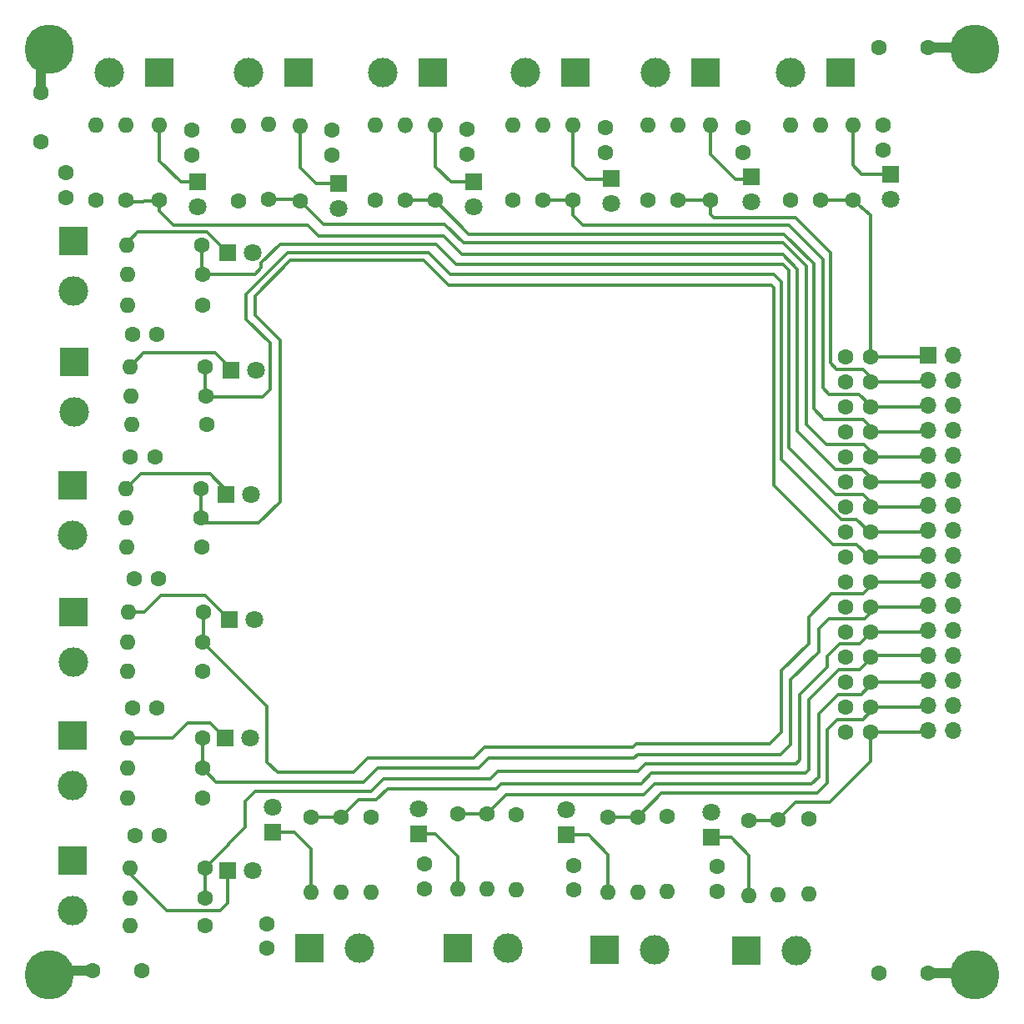
<source format=gbr>
G04 #@! TF.FileFunction,Copper,L2,Bot,Signal*
%FSLAX46Y46*%
G04 Gerber Fmt 4.6, Leading zero omitted, Abs format (unit mm)*
G04 Created by KiCad (PCBNEW 4.0.7) date 04/07/19 22:06:40*
%MOMM*%
%LPD*%
G01*
G04 APERTURE LIST*
%ADD10C,0.100000*%
%ADD11R,1.800000X1.800000*%
%ADD12C,1.800000*%
%ADD13C,1.600000*%
%ADD14C,5.000000*%
%ADD15R,1.700000X1.700000*%
%ADD16O,1.700000X1.700000*%
%ADD17R,3.000000X3.000000*%
%ADD18C,3.000000*%
%ADD19O,1.600000X1.600000*%
%ADD20C,1.000000*%
%ADD21C,0.500000*%
%ADD22C,0.350000*%
G04 APERTURE END LIST*
D10*
D11*
X110109000Y-66103500D03*
D12*
X110109000Y-68643500D03*
D13*
X52197000Y-57404000D03*
X52197000Y-62404000D03*
X57404000Y-146558000D03*
X62404000Y-146558000D03*
X142240000Y-52832000D03*
X137240000Y-52832000D03*
X142240000Y-146812000D03*
X137240000Y-146812000D03*
D14*
X53000000Y-53000000D03*
X53000000Y-147000000D03*
X147000000Y-53000000D03*
X147000000Y-147000000D03*
D15*
X142296800Y-84082400D03*
D16*
X144836800Y-84082400D03*
X142296800Y-86622400D03*
X144836800Y-86622400D03*
X142296800Y-89162400D03*
X144836800Y-89162400D03*
X142296800Y-91702400D03*
X144836800Y-91702400D03*
X142296800Y-94242400D03*
X144836800Y-94242400D03*
X142296800Y-96782400D03*
X144836800Y-96782400D03*
X142296800Y-99322400D03*
X144836800Y-99322400D03*
X142296800Y-101862400D03*
X144836800Y-101862400D03*
X142296800Y-104402400D03*
X144836800Y-104402400D03*
X142296800Y-106942400D03*
X144836800Y-106942400D03*
X142296800Y-109482400D03*
X144836800Y-109482400D03*
X142296800Y-112022400D03*
X144836800Y-112022400D03*
X142296800Y-114562400D03*
X144836800Y-114562400D03*
X142296800Y-117102400D03*
X144836800Y-117102400D03*
X142296800Y-119642400D03*
X144836800Y-119642400D03*
X142296800Y-122182400D03*
X144836800Y-122182400D03*
D13*
X133908800Y-84226400D03*
X136408800Y-84226400D03*
X133908800Y-86766400D03*
X136408800Y-86766400D03*
X133908800Y-89306400D03*
X136408800Y-89306400D03*
X133908800Y-91846400D03*
X136408800Y-91846400D03*
X133908800Y-94386400D03*
X136408800Y-94386400D03*
X133908800Y-96926400D03*
X136408800Y-96926400D03*
X133908800Y-99466400D03*
X136408800Y-99466400D03*
X133908800Y-102006400D03*
X136408800Y-102006400D03*
X133908800Y-104546400D03*
X136408800Y-104546400D03*
X133908800Y-107086400D03*
X136408800Y-107086400D03*
X133908800Y-109626400D03*
X136408800Y-109626400D03*
X133908800Y-112166400D03*
X136408800Y-112166400D03*
X133908800Y-114706400D03*
X136408800Y-114706400D03*
X133908800Y-117246400D03*
X136408800Y-117246400D03*
X133908800Y-119786400D03*
X136408800Y-119786400D03*
X133908800Y-122326400D03*
X136408800Y-122326400D03*
X137668000Y-60706000D03*
X137668000Y-63206000D03*
D11*
X138430000Y-65722500D03*
D12*
X138430000Y-68262500D03*
D17*
X133350000Y-55372000D03*
D18*
X128270000Y-55372000D03*
D13*
X131318000Y-68326000D03*
D19*
X131318000Y-60706000D03*
D13*
X128270000Y-68326000D03*
D19*
X128270000Y-60706000D03*
D13*
X134620000Y-68326000D03*
D19*
X134620000Y-60706000D03*
D13*
X123444000Y-60960000D03*
X123444000Y-63460000D03*
X109474000Y-60960000D03*
X109474000Y-63460000D03*
X95440500Y-61150500D03*
X95440500Y-63650500D03*
D11*
X124333000Y-65913000D03*
D12*
X124333000Y-68453000D03*
D11*
X96139000Y-66484500D03*
D12*
X96139000Y-69024500D03*
D17*
X119634000Y-55372000D03*
D18*
X114554000Y-55372000D03*
D17*
X106426000Y-55372000D03*
D18*
X101346000Y-55372000D03*
D17*
X91948000Y-55372000D03*
D18*
X86868000Y-55372000D03*
D13*
X116840000Y-68326000D03*
D19*
X116840000Y-60706000D03*
D13*
X113792000Y-68326000D03*
D19*
X113792000Y-60706000D03*
D13*
X103124000Y-68326000D03*
D19*
X103124000Y-60706000D03*
D13*
X100076000Y-68326000D03*
D19*
X100076000Y-60706000D03*
D13*
X89154000Y-68326000D03*
D19*
X89154000Y-60706000D03*
D13*
X86106000Y-68326000D03*
D19*
X86106000Y-60706000D03*
D13*
X120142000Y-68326000D03*
D19*
X120142000Y-60706000D03*
D13*
X106172000Y-68326000D03*
D19*
X106172000Y-60706000D03*
D13*
X92202000Y-68326000D03*
D19*
X92202000Y-60706000D03*
D13*
X81724500Y-61214000D03*
X81724500Y-63714000D03*
X67500500Y-61214000D03*
X67500500Y-63714000D03*
D11*
X82423000Y-66611500D03*
D12*
X82423000Y-69151500D03*
D11*
X68097400Y-66497200D03*
D12*
X68097400Y-69037200D03*
D17*
X78295500Y-55372000D03*
D18*
X73215500Y-55372000D03*
D17*
X64198500Y-55372000D03*
D18*
X59118500Y-55372000D03*
D13*
X75311000Y-68262500D03*
D19*
X75311000Y-60642500D03*
D13*
X72199500Y-68389500D03*
D19*
X72199500Y-60769500D03*
D13*
X60833000Y-68326000D03*
D19*
X60833000Y-60706000D03*
D13*
X57785000Y-68326000D03*
D19*
X57785000Y-60706000D03*
D13*
X78486000Y-68389500D03*
D19*
X78486000Y-60769500D03*
D13*
X64198500Y-68326000D03*
D19*
X64198500Y-60706000D03*
D13*
X54752240Y-65532000D03*
X54752240Y-68032000D03*
X61478160Y-81986120D03*
X63978160Y-81986120D03*
X61244480Y-94381320D03*
X63744480Y-94381320D03*
X61620400Y-106791760D03*
X64120400Y-106791760D03*
D11*
X71135240Y-73649840D03*
D12*
X73675240Y-73649840D03*
D11*
X71470520Y-85608160D03*
D12*
X74010520Y-85608160D03*
D11*
X71008240Y-98186240D03*
D12*
X73548240Y-98186240D03*
D11*
X71348600Y-110911640D03*
D12*
X73888600Y-110911640D03*
D17*
X55473600Y-72466200D03*
D18*
X55473600Y-77546200D03*
D17*
X55595520Y-84780120D03*
D18*
X55595520Y-89860120D03*
D17*
X55361840Y-97297240D03*
D18*
X55361840Y-102377240D03*
D17*
X55438040Y-110109000D03*
D18*
X55438040Y-115189000D03*
D13*
X68564760Y-75829160D03*
D19*
X60944760Y-75829160D03*
D13*
X68564760Y-78958440D03*
D19*
X60944760Y-78958440D03*
D13*
X68930520Y-88249760D03*
D19*
X61310520Y-88249760D03*
D13*
X69021960Y-91094560D03*
D19*
X61401960Y-91094560D03*
D13*
X68397120Y-100584000D03*
D19*
X60777120Y-100584000D03*
D13*
X68508880Y-103545640D03*
D19*
X60888880Y-103545640D03*
D13*
X68635880Y-113217960D03*
D19*
X61015880Y-113217960D03*
D13*
X68605400Y-116179600D03*
D19*
X60985400Y-116179600D03*
D13*
X68508880Y-72867520D03*
D19*
X60888880Y-72867520D03*
D13*
X68844160Y-85227160D03*
D19*
X61224160Y-85227160D03*
D13*
X68468240Y-97617280D03*
D19*
X60848240Y-97617280D03*
D13*
X68661280Y-110144560D03*
D19*
X61041280Y-110144560D03*
D13*
X61468000Y-119888000D03*
X63968000Y-119888000D03*
X61722000Y-132842000D03*
X64222000Y-132842000D03*
D11*
X70866000Y-122936000D03*
D12*
X73406000Y-122936000D03*
D11*
X71120000Y-136398000D03*
D12*
X73660000Y-136398000D03*
D17*
X55372000Y-122682000D03*
D18*
X55372000Y-127762000D03*
D17*
X55372000Y-135382000D03*
D18*
X55372000Y-140462000D03*
D13*
X68580000Y-125984000D03*
D19*
X60960000Y-125984000D03*
D13*
X68580000Y-129032000D03*
D19*
X60960000Y-129032000D03*
D13*
X68834000Y-139192000D03*
D19*
X61214000Y-139192000D03*
D13*
X68834000Y-141986000D03*
D19*
X61214000Y-141986000D03*
D13*
X68580000Y-122936000D03*
D19*
X60960000Y-122936000D03*
D13*
X68834000Y-136144000D03*
D19*
X61214000Y-136144000D03*
D13*
X75120500Y-141795500D03*
X75120500Y-144295500D03*
X91122500Y-138239500D03*
X91122500Y-135739500D03*
X106235500Y-138366500D03*
X106235500Y-135866500D03*
X120840500Y-138493500D03*
X120840500Y-135993500D03*
D11*
X75692000Y-132461000D03*
D12*
X75692000Y-129921000D03*
D11*
X90487500Y-132651500D03*
D12*
X90487500Y-130111500D03*
D11*
X105537000Y-132778500D03*
D12*
X105537000Y-130238500D03*
D11*
X120205500Y-133032500D03*
D12*
X120205500Y-130492500D03*
D17*
X79438500Y-144272000D03*
D18*
X84518500Y-144272000D03*
D17*
X94488000Y-144272000D03*
D18*
X99568000Y-144272000D03*
D17*
X109410500Y-144462500D03*
D18*
X114490500Y-144462500D03*
D17*
X123825000Y-144526000D03*
D18*
X128905000Y-144526000D03*
D13*
X82677000Y-131000500D03*
D19*
X82677000Y-138620500D03*
D13*
X85661500Y-130937000D03*
D19*
X85661500Y-138557000D03*
D13*
X97472500Y-130619500D03*
D19*
X97472500Y-138239500D03*
D13*
X100393500Y-130683000D03*
D19*
X100393500Y-138303000D03*
D13*
X112776000Y-130937000D03*
D19*
X112776000Y-138557000D03*
D13*
X115760500Y-130873500D03*
D19*
X115760500Y-138493500D03*
D13*
X127000000Y-131254500D03*
D19*
X127000000Y-138874500D03*
D13*
X130175000Y-131127500D03*
D19*
X130175000Y-138747500D03*
D13*
X79629000Y-131000500D03*
D19*
X79629000Y-138620500D03*
D13*
X94488000Y-130619500D03*
D19*
X94488000Y-138239500D03*
D13*
X109728000Y-131000500D03*
D19*
X109728000Y-138620500D03*
D13*
X124079000Y-131318000D03*
D19*
X124079000Y-138938000D03*
D20*
X52197000Y-57404000D02*
X52197000Y-53803000D01*
X52197000Y-53803000D02*
X53000000Y-53000000D01*
D21*
X53168000Y-52832000D02*
X53000000Y-53000000D01*
D20*
X57404000Y-146558000D02*
X53442000Y-146558000D01*
X53442000Y-146558000D02*
X53000000Y-147000000D01*
D21*
X53442000Y-146558000D02*
X53000000Y-147000000D01*
D20*
X142240000Y-52832000D02*
X146832000Y-52832000D01*
X146832000Y-52832000D02*
X147000000Y-53000000D01*
D21*
X146832000Y-52832000D02*
X147000000Y-53000000D01*
D20*
X142240000Y-146812000D02*
X146812000Y-146812000D01*
X146812000Y-146812000D02*
X147000000Y-147000000D01*
D21*
X146812000Y-146812000D02*
X147000000Y-147000000D01*
D22*
X134620000Y-68326000D02*
X131318000Y-68326000D01*
X136408800Y-84226400D02*
X136408800Y-69860800D01*
X136408800Y-69860800D02*
X134620000Y-68326000D01*
X136408800Y-84226400D02*
X142152800Y-84226400D01*
X142152800Y-84226400D02*
X142296800Y-84082400D01*
X136408800Y-86766400D02*
X136408800Y-86243800D01*
X136408800Y-86243800D02*
X135636000Y-85471000D01*
X120142000Y-69723000D02*
X120142000Y-68326000D01*
X120523000Y-70104000D02*
X120142000Y-69723000D01*
X128778000Y-70104000D02*
X120523000Y-70104000D01*
X132334000Y-73660000D02*
X128778000Y-70104000D01*
X132334000Y-84836000D02*
X132334000Y-73660000D01*
X132969000Y-85471000D02*
X132334000Y-84836000D01*
X135636000Y-85471000D02*
X132969000Y-85471000D01*
X116840000Y-68326000D02*
X120142000Y-68326000D01*
X136408800Y-86766400D02*
X142152800Y-86766400D01*
X142152800Y-86766400D02*
X142296800Y-86622400D01*
X136408800Y-89306400D02*
X136408800Y-89164800D01*
X136408800Y-89164800D02*
X135255000Y-88011000D01*
X106172000Y-69850000D02*
X106172000Y-68326000D01*
X107188000Y-70866000D02*
X106172000Y-69850000D01*
X128143000Y-70866000D02*
X107188000Y-70866000D01*
X131572000Y-74295000D02*
X128143000Y-70866000D01*
X131572000Y-87376000D02*
X131572000Y-74295000D01*
X132207000Y-88011000D02*
X131572000Y-87376000D01*
X135255000Y-88011000D02*
X132207000Y-88011000D01*
X103124000Y-68326000D02*
X106172000Y-68326000D01*
X136408800Y-89306400D02*
X142152800Y-89306400D01*
X142152800Y-89306400D02*
X142296800Y-89162400D01*
X136408800Y-91846400D02*
X136408800Y-91323800D01*
X136408800Y-91323800D02*
X135636000Y-90551000D01*
X95631000Y-71755000D02*
X92202000Y-68326000D01*
X127635000Y-71755000D02*
X95631000Y-71755000D01*
X130619500Y-74739500D02*
X127635000Y-71755000D01*
X130619500Y-89471500D02*
X130619500Y-74739500D01*
X131699000Y-90551000D02*
X130619500Y-89471500D01*
X135636000Y-90551000D02*
X131699000Y-90551000D01*
X92202000Y-68326000D02*
X89154000Y-68326000D01*
X136408800Y-91846400D02*
X142152800Y-91846400D01*
X142152800Y-91846400D02*
X142296800Y-91702400D01*
X136408800Y-94386400D02*
X136408800Y-93800300D01*
X136408800Y-93800300D02*
X135699500Y-93091000D01*
X80835500Y-70739000D02*
X78486000Y-68389500D01*
X93154500Y-70739000D02*
X80835500Y-70739000D01*
X95059500Y-72644000D02*
X93154500Y-70739000D01*
X127508000Y-72644000D02*
X95059500Y-72644000D01*
X129857500Y-74993500D02*
X127508000Y-72644000D01*
X129857500Y-91059000D02*
X129857500Y-74993500D01*
X131889500Y-93091000D02*
X129857500Y-91059000D01*
X135699500Y-93091000D02*
X131889500Y-93091000D01*
X75311000Y-68262500D02*
X78359000Y-68262500D01*
X78359000Y-68262500D02*
X78486000Y-68389500D01*
X136408800Y-94386400D02*
X142152800Y-94386400D01*
X142152800Y-94386400D02*
X142296800Y-94242400D01*
X136408800Y-96926400D02*
X136408800Y-96467300D01*
X136408800Y-96467300D02*
X135572500Y-95631000D01*
X64198500Y-69405500D02*
X64198500Y-68326000D01*
X65659000Y-70866000D02*
X64198500Y-69405500D01*
X79248000Y-70866000D02*
X65659000Y-70866000D01*
X80327500Y-71945500D02*
X79248000Y-70866000D01*
X93027500Y-71945500D02*
X80327500Y-71945500D01*
X94932500Y-73850500D02*
X93027500Y-71945500D01*
X127508000Y-73850500D02*
X94932500Y-73850500D01*
X128968500Y-75311000D02*
X127508000Y-73850500D01*
X128968500Y-91757500D02*
X128968500Y-75311000D01*
X132842000Y-95631000D02*
X128968500Y-91757500D01*
X135572500Y-95631000D02*
X132842000Y-95631000D01*
X64198500Y-68326000D02*
X61087000Y-68580000D01*
X61087000Y-68580000D02*
X60833000Y-68326000D01*
X136408800Y-96926400D02*
X142152800Y-96926400D01*
X142152800Y-96926400D02*
X142296800Y-96782400D01*
X136408800Y-99466400D02*
X136408800Y-98943800D01*
X136408800Y-98943800D02*
X135636000Y-98171000D01*
X73903840Y-75829160D02*
X68564760Y-75829160D01*
X74549000Y-75184000D02*
X73903840Y-75829160D01*
X74549000Y-74676000D02*
X74549000Y-75184000D01*
X76454000Y-72771000D02*
X74549000Y-74676000D01*
X92329000Y-72771000D02*
X76454000Y-72771000D01*
X94361000Y-74803000D02*
X92329000Y-72771000D01*
X127508000Y-74803000D02*
X94361000Y-74803000D01*
X128143000Y-75438000D02*
X127508000Y-74803000D01*
X128143000Y-93472000D02*
X128143000Y-75438000D01*
X132842000Y-98171000D02*
X128143000Y-93472000D01*
X135636000Y-98171000D02*
X132842000Y-98171000D01*
X68508880Y-72867520D02*
X68508880Y-75773280D01*
X68508880Y-75773280D02*
X68564760Y-75829160D01*
X136408800Y-99466400D02*
X142152800Y-99466400D01*
X142152800Y-99466400D02*
X142296800Y-99322400D01*
X136408800Y-102006400D02*
X136296400Y-102006400D01*
X136296400Y-102006400D02*
X135001000Y-100711000D01*
X74676000Y-88265000D02*
X68945760Y-88265000D01*
X75438000Y-87503000D02*
X74676000Y-88265000D01*
X75438000Y-82804000D02*
X75438000Y-87503000D01*
X73025000Y-80391000D02*
X75438000Y-82804000D01*
X73025000Y-77851000D02*
X73025000Y-80391000D01*
X77216000Y-73660000D02*
X73025000Y-77851000D01*
X91567000Y-73660000D02*
X77216000Y-73660000D01*
X93726000Y-75819000D02*
X91567000Y-73660000D01*
X126619000Y-75819000D02*
X93726000Y-75819000D01*
X127381000Y-76581000D02*
X126619000Y-75819000D01*
X127381000Y-94615000D02*
X127381000Y-76581000D01*
X133477000Y-100711000D02*
X127381000Y-94615000D01*
X135001000Y-100711000D02*
X133477000Y-100711000D01*
X68945760Y-88265000D02*
X68930520Y-88249760D01*
X68844160Y-85227160D02*
X68844160Y-88163400D01*
X68844160Y-88163400D02*
X68930520Y-88249760D01*
X136408800Y-102006400D02*
X142152800Y-102006400D01*
X142152800Y-102006400D02*
X142296800Y-101862400D01*
X136408800Y-104546400D02*
X136296400Y-104546400D01*
X136296400Y-104546400D02*
X135001000Y-103251000D01*
X74295000Y-101092000D02*
X68905120Y-101092000D01*
X76454000Y-98933000D02*
X74295000Y-101092000D01*
X76454000Y-82550000D02*
X76454000Y-98933000D01*
X73914000Y-80010000D02*
X76454000Y-82550000D01*
X73914000Y-78020002D02*
X73914000Y-80010000D01*
X77512002Y-74422000D02*
X73914000Y-78020002D01*
X91059000Y-74422000D02*
X77512002Y-74422000D01*
X93599000Y-76962000D02*
X91059000Y-74422000D01*
X126365000Y-76962000D02*
X93599000Y-76962000D01*
X126619000Y-77216000D02*
X126365000Y-76962000D01*
X126619000Y-97282000D02*
X126619000Y-77216000D01*
X132588000Y-103251000D02*
X126619000Y-97282000D01*
X135001000Y-103251000D02*
X132588000Y-103251000D01*
X68905120Y-101092000D02*
X68397120Y-100584000D01*
X68468240Y-97617280D02*
X68468240Y-100512880D01*
X68468240Y-100512880D02*
X68397120Y-100584000D01*
X136408800Y-104546400D02*
X142152800Y-104546400D01*
X142152800Y-104546400D02*
X142296800Y-104402400D01*
X136408800Y-107086400D02*
X136408800Y-107494700D01*
X136408800Y-107494700D02*
X135636000Y-108267500D01*
X75120500Y-119702580D02*
X68635880Y-113217960D01*
X75120500Y-125349000D02*
X75120500Y-119702580D01*
X76200000Y-126428500D02*
X75120500Y-125349000D01*
X83883500Y-126428500D02*
X76200000Y-126428500D01*
X85344000Y-124968000D02*
X83883500Y-126428500D01*
X96075500Y-124968000D02*
X85344000Y-124968000D01*
X97218500Y-123825000D02*
X96075500Y-124968000D01*
X112268000Y-123825000D02*
X97218500Y-123825000D01*
X112585500Y-123507500D02*
X112268000Y-123825000D01*
X126174500Y-123507500D02*
X112585500Y-123507500D01*
X127381000Y-122301000D02*
X126174500Y-123507500D01*
X127381000Y-116078000D02*
X127381000Y-122301000D01*
X130111500Y-113347500D02*
X127381000Y-116078000D01*
X130111500Y-110617000D02*
X130111500Y-113347500D01*
X132461000Y-108267500D02*
X130111500Y-110617000D01*
X135636000Y-108267500D02*
X132461000Y-108267500D01*
X68661280Y-110144560D02*
X68661280Y-113192560D01*
X68661280Y-113192560D02*
X68635880Y-113217960D01*
X136408800Y-107086400D02*
X142152800Y-107086400D01*
X142152800Y-107086400D02*
X142296800Y-106942400D01*
X136408800Y-109626400D02*
X136408800Y-110225200D01*
X136408800Y-110225200D02*
X135826500Y-110807500D01*
X69977000Y-127381000D02*
X68580000Y-125984000D01*
X84963000Y-127381000D02*
X69977000Y-127381000D01*
X86360000Y-125984000D02*
X84963000Y-127381000D01*
X96647000Y-125984000D02*
X86360000Y-125984000D01*
X97663000Y-124968000D02*
X96647000Y-125984000D01*
X112395000Y-124968000D02*
X97663000Y-124968000D01*
X112776000Y-124587000D02*
X112395000Y-124968000D01*
X127254000Y-124587000D02*
X112776000Y-124587000D01*
X128270000Y-123571000D02*
X127254000Y-124587000D01*
X128270000Y-117030500D02*
X128270000Y-123571000D01*
X131127500Y-114173000D02*
X128270000Y-117030500D01*
X131127500Y-111823500D02*
X131127500Y-114173000D01*
X132143500Y-110807500D02*
X131127500Y-111823500D01*
X135826500Y-110807500D02*
X132143500Y-110807500D01*
X68580000Y-122936000D02*
X68580000Y-125984000D01*
X136408800Y-109626400D02*
X142152800Y-109626400D01*
X142152800Y-109626400D02*
X142296800Y-109482400D01*
X136408800Y-112166400D02*
X136408800Y-112257200D01*
X136408800Y-112257200D02*
X135318500Y-113347500D01*
X71183500Y-133794500D02*
X68834000Y-136144000D01*
X71183500Y-133667500D02*
X71183500Y-133794500D01*
X72898000Y-131953000D02*
X71183500Y-133667500D01*
X72898000Y-129349500D02*
X72898000Y-131953000D01*
X73914000Y-128333500D02*
X72898000Y-129349500D01*
X85725000Y-128333500D02*
X73914000Y-128333500D01*
X86995000Y-127063500D02*
X85725000Y-128333500D01*
X97790000Y-127063500D02*
X86995000Y-127063500D01*
X98552000Y-126301500D02*
X97790000Y-127063500D01*
X112776000Y-126301500D02*
X98552000Y-126301500D01*
X113538000Y-125539500D02*
X112776000Y-126301500D01*
X128841500Y-125539500D02*
X113538000Y-125539500D01*
X129222500Y-125158500D02*
X128841500Y-125539500D01*
X129222500Y-118491000D02*
X129222500Y-125158500D01*
X132016500Y-115697000D02*
X129222500Y-118491000D01*
X132016500Y-114617500D02*
X132016500Y-115697000D01*
X133286500Y-113347500D02*
X132016500Y-114617500D01*
X135318500Y-113347500D02*
X133286500Y-113347500D01*
X68834000Y-136144000D02*
X68834000Y-139192000D01*
X136408800Y-112166400D02*
X142152800Y-112166400D01*
X142152800Y-112166400D02*
X142296800Y-112022400D01*
X136408800Y-114706400D02*
X136408800Y-114924200D01*
X136408800Y-114924200D02*
X135318500Y-116014500D01*
X84455000Y-129222500D02*
X82677000Y-131000500D01*
X86233000Y-129222500D02*
X84455000Y-129222500D01*
X87376000Y-128079500D02*
X86233000Y-129222500D01*
X98425000Y-128079500D02*
X87376000Y-128079500D01*
X98933000Y-127571500D02*
X98425000Y-128079500D01*
X113093500Y-127571500D02*
X98933000Y-127571500D01*
X114173000Y-126492000D02*
X113093500Y-127571500D01*
X129794000Y-126492000D02*
X114173000Y-126492000D01*
X130175000Y-126111000D02*
X129794000Y-126492000D01*
X130175000Y-118999000D02*
X130175000Y-126111000D01*
X133159500Y-116014500D02*
X130175000Y-118999000D01*
X135318500Y-116014500D02*
X133159500Y-116014500D01*
X79629000Y-131000500D02*
X82677000Y-131000500D01*
X142296800Y-114562400D02*
X136552800Y-114562400D01*
X136552800Y-114562400D02*
X136408800Y-114706400D01*
X136408800Y-117246400D02*
X136408800Y-117527700D01*
X136408800Y-117527700D02*
X135445500Y-118491000D01*
X99441000Y-128651000D02*
X97472500Y-130619500D01*
X113411000Y-128651000D02*
X99441000Y-128651000D01*
X114490500Y-127571500D02*
X113411000Y-128651000D01*
X130429000Y-127571500D02*
X114490500Y-127571500D01*
X131127500Y-126873000D02*
X130429000Y-127571500D01*
X131127500Y-120459500D02*
X131127500Y-126873000D01*
X133096000Y-118491000D02*
X131127500Y-120459500D01*
X135445500Y-118491000D02*
X133096000Y-118491000D01*
X94488000Y-130619500D02*
X97472500Y-130619500D01*
X136408800Y-117246400D02*
X142152800Y-117246400D01*
X142152800Y-117246400D02*
X142296800Y-117102400D01*
X136408800Y-119786400D02*
X136408800Y-120258200D01*
X136408800Y-120258200D02*
X135636000Y-121031000D01*
X115189000Y-128524000D02*
X112776000Y-130937000D01*
X131000500Y-128524000D02*
X115189000Y-128524000D01*
X132016500Y-127508000D02*
X131000500Y-128524000D01*
X132016500Y-122047000D02*
X132016500Y-127508000D01*
X133032500Y-121031000D02*
X132016500Y-122047000D01*
X135636000Y-121031000D02*
X133032500Y-121031000D01*
X109728000Y-131000500D02*
X112712500Y-131000500D01*
X112712500Y-131000500D02*
X112776000Y-130937000D01*
X136408800Y-119786400D02*
X142152800Y-119786400D01*
X142152800Y-119786400D02*
X142296800Y-119642400D01*
X136408800Y-122326400D02*
X136408800Y-125338200D01*
X128778000Y-129476500D02*
X127000000Y-131254500D01*
X132270500Y-129476500D02*
X128778000Y-129476500D01*
X136408800Y-125338200D02*
X132270500Y-129476500D01*
X124079000Y-131318000D02*
X126936500Y-131318000D01*
X126936500Y-131318000D02*
X127000000Y-131254500D01*
X136408800Y-122326400D02*
X142152800Y-122326400D01*
X142152800Y-122326400D02*
X142296800Y-122182400D01*
X131318000Y-60706000D02*
X131699000Y-60706000D01*
X128270000Y-60706000D02*
X128524000Y-60706000D01*
X109855000Y-60706000D02*
X109982000Y-60833000D01*
X103124000Y-60706000D02*
X103124000Y-60833000D01*
X89154000Y-61341000D02*
X89154000Y-60706000D01*
X135509000Y-65659000D02*
X138430000Y-65659000D01*
X134620000Y-64770000D02*
X135509000Y-65659000D01*
X134620000Y-60706000D02*
X134620000Y-64770000D01*
X122682000Y-66167000D02*
X124079000Y-66167000D01*
X120142000Y-63627000D02*
X122682000Y-66167000D01*
X120142000Y-60706000D02*
X120142000Y-63627000D01*
X107569000Y-66230500D02*
X110109000Y-66230500D01*
X106172000Y-64833500D02*
X107569000Y-66230500D01*
X106172000Y-60706000D02*
X106172000Y-64833500D01*
X93789500Y-66484500D02*
X95948500Y-66484500D01*
X92202000Y-64897000D02*
X93789500Y-66484500D01*
X92202000Y-60706000D02*
X92202000Y-64897000D01*
X78486000Y-60769500D02*
X78486000Y-65024000D01*
X80073500Y-66611500D02*
X82423000Y-66611500D01*
X78486000Y-65024000D02*
X80073500Y-66611500D01*
X60888880Y-72867520D02*
X60888880Y-72694800D01*
X60888880Y-72694800D02*
X62031880Y-71551800D01*
X62031880Y-71551800D02*
X69037200Y-71551800D01*
X69037200Y-71551800D02*
X71135240Y-73649840D01*
X71470520Y-85608160D02*
X71470520Y-85430360D01*
X71470520Y-85430360D02*
X69895720Y-83855560D01*
X69895720Y-83855560D02*
X62595760Y-83855560D01*
X62595760Y-83855560D02*
X61224160Y-85227160D01*
X71008240Y-98186240D02*
X71008240Y-97754440D01*
X71008240Y-97754440D02*
X69347080Y-96093280D01*
X69347080Y-96093280D02*
X62372240Y-96093280D01*
X62372240Y-96093280D02*
X60848240Y-97617280D01*
X61041280Y-110144560D02*
X62641480Y-110144560D01*
X68884800Y-108447840D02*
X71348600Y-110911640D01*
X64338200Y-108447840D02*
X68884800Y-108447840D01*
X62641480Y-110144560D02*
X64338200Y-108447840D01*
X64198500Y-60706000D02*
X64198500Y-64315340D01*
X66380360Y-66497200D02*
X68097400Y-66497200D01*
X64198500Y-64315340D02*
X66380360Y-66497200D01*
X60960000Y-122936000D02*
X65532000Y-122936000D01*
X69342000Y-121412000D02*
X70866000Y-122936000D01*
X67056000Y-121412000D02*
X69342000Y-121412000D01*
X65532000Y-122936000D02*
X67056000Y-121412000D01*
X61214000Y-136144000D02*
X61214000Y-136715500D01*
X61214000Y-136715500D02*
X64960500Y-140462000D01*
X64960500Y-140462000D02*
X70358000Y-140462000D01*
X70358000Y-140462000D02*
X71120000Y-139700000D01*
X71120000Y-139700000D02*
X71120000Y-136398000D01*
X75692000Y-132461000D02*
X77914500Y-132461000D01*
X79629000Y-134175500D02*
X79629000Y-138620500D01*
X77914500Y-132461000D02*
X79629000Y-134175500D01*
X90487500Y-132651500D02*
X92202000Y-132651500D01*
X94488000Y-134937500D02*
X94488000Y-138239500D01*
X92202000Y-132651500D02*
X94488000Y-134937500D01*
X105537000Y-132778500D02*
X107759500Y-132778500D01*
X109728000Y-134747000D02*
X109728000Y-138620500D01*
X107759500Y-132778500D02*
X109728000Y-134747000D01*
X120205500Y-133032500D02*
X122237500Y-133032500D01*
X124079000Y-134874000D02*
X124079000Y-138938000D01*
X122237500Y-133032500D02*
X124079000Y-134874000D01*
M02*

</source>
